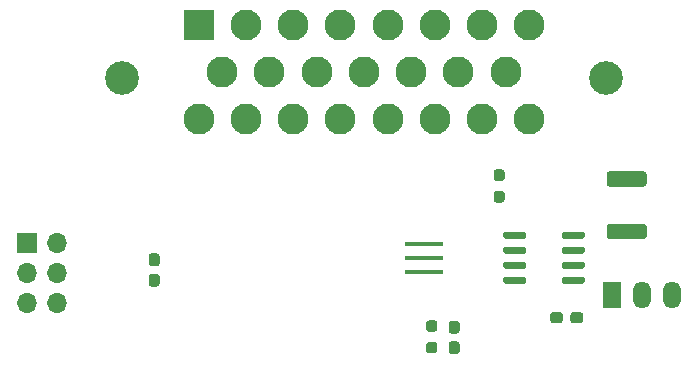
<source format=gbr>
%TF.GenerationSoftware,KiCad,Pcbnew,5.1.7-a382d34a8~88~ubuntu18.04.1*%
%TF.CreationDate,2021-02-25T09:45:04-05:00*%
%TF.ProjectId,PedalBaord,50656461-6c42-4616-9f72-642e6b696361,rev?*%
%TF.SameCoordinates,Original*%
%TF.FileFunction,Soldermask,Bot*%
%TF.FilePolarity,Negative*%
%FSLAX46Y46*%
G04 Gerber Fmt 4.6, Leading zero omitted, Abs format (unit mm)*
G04 Created by KiCad (PCBNEW 5.1.7-a382d34a8~88~ubuntu18.04.1) date 2021-02-25 09:45:04*
%MOMM*%
%LPD*%
G01*
G04 APERTURE LIST*
%ADD10R,3.200000X0.400000*%
%ADD11O,1.500000X2.300000*%
%ADD12R,1.500000X2.300000*%
%ADD13C,2.625000*%
%ADD14R,2.625000X2.625000*%
%ADD15C,2.850000*%
%ADD16O,1.700000X1.700000*%
%ADD17R,1.700000X1.700000*%
G04 APERTURE END LIST*
D10*
%TO.C,Y1*%
X137160000Y-71190000D03*
X137160000Y-72390000D03*
X137160000Y-73590000D03*
%TD*%
%TO.C,U4*%
G36*
G01*
X148820000Y-74445000D02*
X148820000Y-74145000D01*
G75*
G02*
X148970000Y-73995000I150000J0D01*
G01*
X150620000Y-73995000D01*
G75*
G02*
X150770000Y-74145000I0J-150000D01*
G01*
X150770000Y-74445000D01*
G75*
G02*
X150620000Y-74595000I-150000J0D01*
G01*
X148970000Y-74595000D01*
G75*
G02*
X148820000Y-74445000I0J150000D01*
G01*
G37*
G36*
G01*
X148820000Y-73175000D02*
X148820000Y-72875000D01*
G75*
G02*
X148970000Y-72725000I150000J0D01*
G01*
X150620000Y-72725000D01*
G75*
G02*
X150770000Y-72875000I0J-150000D01*
G01*
X150770000Y-73175000D01*
G75*
G02*
X150620000Y-73325000I-150000J0D01*
G01*
X148970000Y-73325000D01*
G75*
G02*
X148820000Y-73175000I0J150000D01*
G01*
G37*
G36*
G01*
X148820000Y-71905000D02*
X148820000Y-71605000D01*
G75*
G02*
X148970000Y-71455000I150000J0D01*
G01*
X150620000Y-71455000D01*
G75*
G02*
X150770000Y-71605000I0J-150000D01*
G01*
X150770000Y-71905000D01*
G75*
G02*
X150620000Y-72055000I-150000J0D01*
G01*
X148970000Y-72055000D01*
G75*
G02*
X148820000Y-71905000I0J150000D01*
G01*
G37*
G36*
G01*
X148820000Y-70635000D02*
X148820000Y-70335000D01*
G75*
G02*
X148970000Y-70185000I150000J0D01*
G01*
X150620000Y-70185000D01*
G75*
G02*
X150770000Y-70335000I0J-150000D01*
G01*
X150770000Y-70635000D01*
G75*
G02*
X150620000Y-70785000I-150000J0D01*
G01*
X148970000Y-70785000D01*
G75*
G02*
X148820000Y-70635000I0J150000D01*
G01*
G37*
G36*
G01*
X143870000Y-70635000D02*
X143870000Y-70335000D01*
G75*
G02*
X144020000Y-70185000I150000J0D01*
G01*
X145670000Y-70185000D01*
G75*
G02*
X145820000Y-70335000I0J-150000D01*
G01*
X145820000Y-70635000D01*
G75*
G02*
X145670000Y-70785000I-150000J0D01*
G01*
X144020000Y-70785000D01*
G75*
G02*
X143870000Y-70635000I0J150000D01*
G01*
G37*
G36*
G01*
X143870000Y-71905000D02*
X143870000Y-71605000D01*
G75*
G02*
X144020000Y-71455000I150000J0D01*
G01*
X145670000Y-71455000D01*
G75*
G02*
X145820000Y-71605000I0J-150000D01*
G01*
X145820000Y-71905000D01*
G75*
G02*
X145670000Y-72055000I-150000J0D01*
G01*
X144020000Y-72055000D01*
G75*
G02*
X143870000Y-71905000I0J150000D01*
G01*
G37*
G36*
G01*
X143870000Y-73175000D02*
X143870000Y-72875000D01*
G75*
G02*
X144020000Y-72725000I150000J0D01*
G01*
X145670000Y-72725000D01*
G75*
G02*
X145820000Y-72875000I0J-150000D01*
G01*
X145820000Y-73175000D01*
G75*
G02*
X145670000Y-73325000I-150000J0D01*
G01*
X144020000Y-73325000D01*
G75*
G02*
X143870000Y-73175000I0J150000D01*
G01*
G37*
G36*
G01*
X143870000Y-74445000D02*
X143870000Y-74145000D01*
G75*
G02*
X144020000Y-73995000I150000J0D01*
G01*
X145670000Y-73995000D01*
G75*
G02*
X145820000Y-74145000I0J-150000D01*
G01*
X145820000Y-74445000D01*
G75*
G02*
X145670000Y-74595000I-150000J0D01*
G01*
X144020000Y-74595000D01*
G75*
G02*
X143870000Y-74445000I0J150000D01*
G01*
G37*
%TD*%
D11*
%TO.C,U2*%
X158115000Y-75565000D03*
X155575000Y-75565000D03*
D12*
X153035000Y-75565000D03*
%TD*%
%TO.C,R5*%
G36*
G01*
X143747500Y-65892500D02*
X143272500Y-65892500D01*
G75*
G02*
X143035000Y-65655000I0J237500D01*
G01*
X143035000Y-65155000D01*
G75*
G02*
X143272500Y-64917500I237500J0D01*
G01*
X143747500Y-64917500D01*
G75*
G02*
X143985000Y-65155000I0J-237500D01*
G01*
X143985000Y-65655000D01*
G75*
G02*
X143747500Y-65892500I-237500J0D01*
G01*
G37*
G36*
G01*
X143747500Y-67717500D02*
X143272500Y-67717500D01*
G75*
G02*
X143035000Y-67480000I0J237500D01*
G01*
X143035000Y-66980000D01*
G75*
G02*
X143272500Y-66742500I237500J0D01*
G01*
X143747500Y-66742500D01*
G75*
G02*
X143985000Y-66980000I0J-237500D01*
G01*
X143985000Y-67480000D01*
G75*
G02*
X143747500Y-67717500I-237500J0D01*
G01*
G37*
%TD*%
%TO.C,R4*%
G36*
G01*
X138032500Y-78672500D02*
X137557500Y-78672500D01*
G75*
G02*
X137320000Y-78435000I0J237500D01*
G01*
X137320000Y-77935000D01*
G75*
G02*
X137557500Y-77697500I237500J0D01*
G01*
X138032500Y-77697500D01*
G75*
G02*
X138270000Y-77935000I0J-237500D01*
G01*
X138270000Y-78435000D01*
G75*
G02*
X138032500Y-78672500I-237500J0D01*
G01*
G37*
G36*
G01*
X138032500Y-80497500D02*
X137557500Y-80497500D01*
G75*
G02*
X137320000Y-80260000I0J237500D01*
G01*
X137320000Y-79760000D01*
G75*
G02*
X137557500Y-79522500I237500J0D01*
G01*
X138032500Y-79522500D01*
G75*
G02*
X138270000Y-79760000I0J-237500D01*
G01*
X138270000Y-80260000D01*
G75*
G02*
X138032500Y-80497500I-237500J0D01*
G01*
G37*
%TD*%
D13*
%TO.C,J2*%
X142060000Y-60660000D03*
X138060000Y-60660000D03*
X134060000Y-60660000D03*
X130060000Y-60660000D03*
X126060000Y-60660000D03*
X122060000Y-60660000D03*
X140060000Y-56660000D03*
X136060000Y-56660000D03*
X132060000Y-56660000D03*
X128060000Y-56660000D03*
X124060000Y-56660000D03*
X142060000Y-52660000D03*
X138060000Y-52660000D03*
X134060000Y-52660000D03*
X130060000Y-52660000D03*
X126060000Y-52660000D03*
X122060000Y-52660000D03*
X146060000Y-60660000D03*
X118060000Y-60660000D03*
X144060000Y-56660000D03*
X120060000Y-56660000D03*
X146060000Y-52660000D03*
D14*
X118060000Y-52660000D03*
D15*
X152560000Y-57160000D03*
X111560000Y-57160000D03*
%TD*%
D16*
%TO.C,J1*%
X106045000Y-76200000D03*
X103505000Y-76200000D03*
X106045000Y-73660000D03*
X103505000Y-73660000D03*
X106045000Y-71120000D03*
D17*
X103505000Y-71120000D03*
%TD*%
%TO.C,F1*%
G36*
G01*
X155755000Y-66370000D02*
X152855000Y-66370000D01*
G75*
G02*
X152605000Y-66120000I0J250000D01*
G01*
X152605000Y-65320000D01*
G75*
G02*
X152855000Y-65070000I250000J0D01*
G01*
X155755000Y-65070000D01*
G75*
G02*
X156005000Y-65320000I0J-250000D01*
G01*
X156005000Y-66120000D01*
G75*
G02*
X155755000Y-66370000I-250000J0D01*
G01*
G37*
G36*
G01*
X155755000Y-70820000D02*
X152855000Y-70820000D01*
G75*
G02*
X152605000Y-70570000I0J250000D01*
G01*
X152605000Y-69770000D01*
G75*
G02*
X152855000Y-69520000I250000J0D01*
G01*
X155755000Y-69520000D01*
G75*
G02*
X156005000Y-69770000I0J-250000D01*
G01*
X156005000Y-70570000D01*
G75*
G02*
X155755000Y-70820000I-250000J0D01*
G01*
G37*
%TD*%
%TO.C,C6*%
G36*
G01*
X148900000Y-77232500D02*
X148900000Y-77707500D01*
G75*
G02*
X148662500Y-77945000I-237500J0D01*
G01*
X148062500Y-77945000D01*
G75*
G02*
X147825000Y-77707500I0J237500D01*
G01*
X147825000Y-77232500D01*
G75*
G02*
X148062500Y-76995000I237500J0D01*
G01*
X148662500Y-76995000D01*
G75*
G02*
X148900000Y-77232500I0J-237500D01*
G01*
G37*
G36*
G01*
X150625000Y-77232500D02*
X150625000Y-77707500D01*
G75*
G02*
X150387500Y-77945000I-237500J0D01*
G01*
X149787500Y-77945000D01*
G75*
G02*
X149550000Y-77707500I0J237500D01*
G01*
X149550000Y-77232500D01*
G75*
G02*
X149787500Y-76995000I237500J0D01*
G01*
X150387500Y-76995000D01*
G75*
G02*
X150625000Y-77232500I0J-237500D01*
G01*
G37*
%TD*%
%TO.C,C5*%
G36*
G01*
X139937500Y-78822500D02*
X139462500Y-78822500D01*
G75*
G02*
X139225000Y-78585000I0J237500D01*
G01*
X139225000Y-77985000D01*
G75*
G02*
X139462500Y-77747500I237500J0D01*
G01*
X139937500Y-77747500D01*
G75*
G02*
X140175000Y-77985000I0J-237500D01*
G01*
X140175000Y-78585000D01*
G75*
G02*
X139937500Y-78822500I-237500J0D01*
G01*
G37*
G36*
G01*
X139937500Y-80547500D02*
X139462500Y-80547500D01*
G75*
G02*
X139225000Y-80310000I0J237500D01*
G01*
X139225000Y-79710000D01*
G75*
G02*
X139462500Y-79472500I237500J0D01*
G01*
X139937500Y-79472500D01*
G75*
G02*
X140175000Y-79710000I0J-237500D01*
G01*
X140175000Y-80310000D01*
G75*
G02*
X139937500Y-80547500I-237500J0D01*
G01*
G37*
%TD*%
%TO.C,C2*%
G36*
G01*
X114537500Y-73107500D02*
X114062500Y-73107500D01*
G75*
G02*
X113825000Y-72870000I0J237500D01*
G01*
X113825000Y-72270000D01*
G75*
G02*
X114062500Y-72032500I237500J0D01*
G01*
X114537500Y-72032500D01*
G75*
G02*
X114775000Y-72270000I0J-237500D01*
G01*
X114775000Y-72870000D01*
G75*
G02*
X114537500Y-73107500I-237500J0D01*
G01*
G37*
G36*
G01*
X114537500Y-74832500D02*
X114062500Y-74832500D01*
G75*
G02*
X113825000Y-74595000I0J237500D01*
G01*
X113825000Y-73995000D01*
G75*
G02*
X114062500Y-73757500I237500J0D01*
G01*
X114537500Y-73757500D01*
G75*
G02*
X114775000Y-73995000I0J-237500D01*
G01*
X114775000Y-74595000D01*
G75*
G02*
X114537500Y-74832500I-237500J0D01*
G01*
G37*
%TD*%
M02*

</source>
